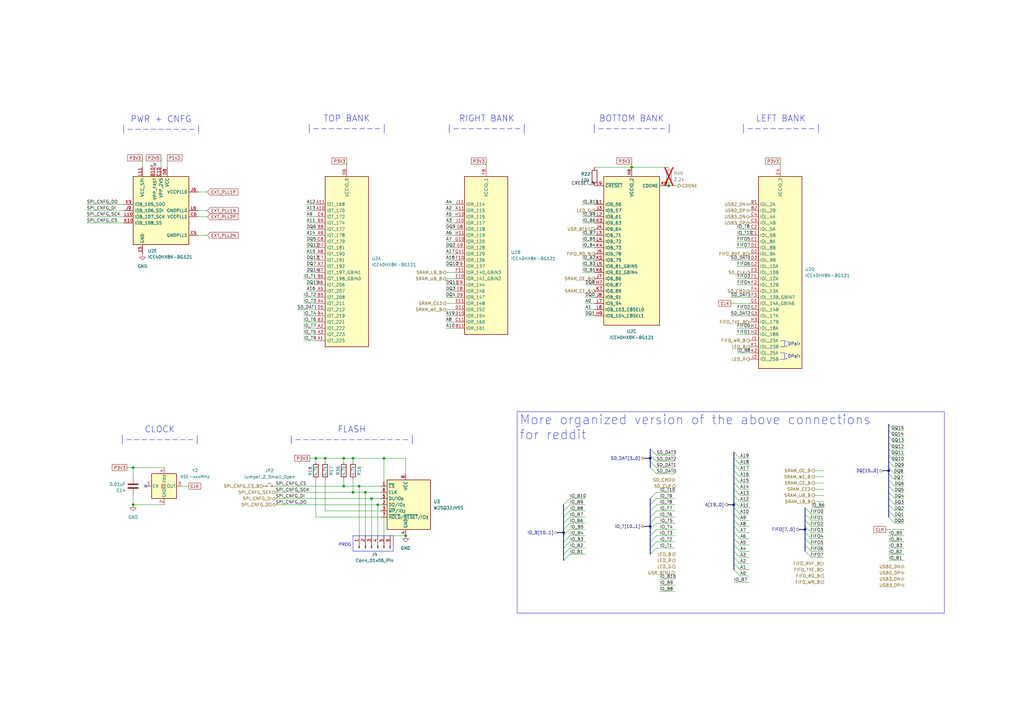
<source format=kicad_sch>
(kicad_sch (version 20250114) (generator "eeschema") (generator_version "9.0")
  (paper "A3")
  (title_block (title "FPGA Arrangement") (date "2025-07-18") (rev "0.0.0") (comment 1 "By Jaden Gani"))
  (lib_symbols
    (symbol "Connector:Conn_01x06_Pin" (pin_names (offset 1.016) (hide yes))
      (property "Reference" "J" (at 0 7.62 0))
      (property "Value" "Conn_01x06_Pin" (at 0 -10.16 0))
      (symbol "Conn_01x06_Pin_1_1"
        (pin passive line (at 5.08 5.08 180) (length 3.81) (name "Pin_1") (number "1"))
        (pin passive line (at 5.08 2.54 180) (length 3.81) (name "Pin_2") (number "2"))
        (pin passive line (at 5.08 0 180) (length 3.81) (name "Pin_3") (number "3"))
        (pin passive line (at 5.08 -2.54 180) (length 3.81) (name "Pin_4") (number "4"))
        (pin passive line (at 5.08 -5.08 180) (length 3.81) (name "Pin_5") (number "5"))
        (pin passive line (at 5.08 -7.62 180) (length 3.81) (name "Pin_6") (number "6"))
      )
    )
    (symbol "Device:C" (pin_numbers (hide yes)) (pin_names (offset 0.254))
      (property "Reference" "C" (at 0.635 2.54 0))
      (property "Value" "C" (at 0.635 -2.54 0))
      (symbol "C_1_1"
        (pin passive line (at 0 3.81 270) (length 2.794) (name "~") (number "1"))
        (pin passive line (at 0 -3.81 90) (length 2.794) (name "~") (number "2"))
      )
    )
    (symbol "Device:R" (pin_numbers (hide yes)) (pin_names (offset 0))
      (property "Reference" "R" (at 2.032 0 90))
      (property "Value" "R" (at 0 0 90))
      (symbol "R_1_1"
        (pin passive line (at 0 3.81 270) (length 1.27) (name "~") (number "1"))
        (pin passive line (at 0 -3.81 90) (length 1.27) (name "~") (number "2"))
      )
    )
    (symbol "FPGA_Lattice:ICE40HX8K-BG121"
      (property "Reference" "U" (at 2.54 44.45 0))
      (property "Value" "ICE40HX8K-BG121" (at 10.16 41.91 0))
      (symbol "ICE40HX8K-BG121_1_1"
        (pin bidirectional line (at -12.7 20.32 0) (length 3.81) (name "IOT_168") (number "A11"))
        (pin bidirectional line (at -12.7 17.78 0) (length 3.81) (name "IOT_170") (number "A10"))
        (pin bidirectional line (at -12.7 15.24 0) (length 3.81) (name "IOT_172") (number "C9"))
        (pin bidirectional line (at -12.7 12.7 0) (length 3.81) (name "IOT_174") (number "B9"))
        (pin bidirectional line (at -12.7 10.16 0) (length 3.81) (name "IOT_177") (number "B8"))
        (pin bidirectional line (at -12.7 7.62 0) (length 3.81) (name "IOT_178") (number "A9"))
        (pin bidirectional line (at -12.7 5.08 0) (length 3.81) (name "IOT_179") (number "C8"))
        (pin bidirectional line (at -12.7 2.54 0) (length 3.81) (name "IOT_181") (number "D7"))
        (pin bidirectional line (at -12.7 0 0) (length 3.81) (name "IOT_190") (number "A8"))
        (pin bidirectional line (at -12.7 -2.54 0) (length 3.81) (name "IOT_191") (number "C7"))
        (pin bidirectional line (at -12.7 -5.08 0) (length 3.81) (name "IOT_192") (number "A7"))
        (pin bidirectional line (at -12.7 -7.62 0) (length 3.81) (name "IOT_197_GBIN1") (number "B7"))
        (pin bidirectional line (at -12.7 -10.16 0) (length 3.81) (name "IOT_198_GBIN0") (number "B6"))
        (pin bidirectional line (at -12.7 -12.7 0) (length 3.81) (name "IOT_206") (number "A6"))
        (pin bidirectional line (at -12.7 -15.24 0) (length 3.81) (name "IOT_207") (number "A5"))
        (pin bidirectional line (at -12.7 -17.78 0) (length 3.81) (name "IOT_208") (number "B5"))
        (pin bidirectional line (at -12.7 -20.32 0) (length 3.81) (name "IOT_211") (number "A4"))
        (pin bidirectional line (at -12.7 -22.86 0) (length 3.81) (name "IOT_212") (number "D5"))
        (pin bidirectional line (at -12.7 -25.4 0) (length 3.81) (name "IOT_219") (number "B4"))
        (pin bidirectional line (at -12.7 -27.94 0) (length 3.81) (name "IOT_221") (number "B3"))
        (pin bidirectional line (at -12.7 -30.48 0) (length 3.81) (name "IOT_222") (number "A2"))
        (pin bidirectional line (at -12.7 -33.02 0) (length 3.81) (name "IOT_223") (number "A3"))
        (pin bidirectional line (at -12.7 -35.56 0) (length 3.81) (name "IOT_225") (number "A1"))
        (pin power_in line (at 0 35.56 270) (length 3.81) (name "VCCIO_0") (number "D6"))
      )
      (symbol "ICE40HX8K-BG121_2_1"
        (pin bidirectional line (at -12.7 20.32 0) (length 3.81) (name "IOR_114") (number "J11"))
        (pin bidirectional line (at -12.7 17.78 0) (length 3.81) (name "IOR_115") (number "K11"))
        (pin bidirectional line (at -12.7 15.24 0) (length 3.81) (name "IOR_116") (number "H10"))
        (pin bidirectional line (at -12.7 12.7 0) (length 3.81) (name "IOR_117") (number "J10"))
        (pin bidirectional line (at -12.7 10.16 0) (length 3.81) (name "IOR_118") (number "G8"))
        (pin bidirectional line (at -12.7 7.62 0) (length 3.81) (name "IOR_119") (number "H11"))
        (pin bidirectional line (at -12.7 5.08 0) (length 3.81) (name "IOR_120") (number "G10"))
        (pin bidirectional line (at -12.7 2.54 0) (length 3.81) (name "IOR_128") (number "G9"))
        (pin bidirectional line (at -12.7 0 0) (length 3.81) (name "IOR_129") (number "G11"))
        (pin bidirectional line (at -12.7 -2.54 0) (length 3.81) (name "IOR_136") (number "F10"))
        (pin bidirectional line (at -12.7 -5.08 0) (length 3.81) (name "IOR_137") (number "F9"))
        (pin bidirectional line (at -12.7 -7.62 0) (length 3.81) (name "IOR_140_GBIN3") (number "F11"))
        (pin bidirectional line (at -12.7 -10.16 0) (length 3.81) (name "IOR_141_GBIN2") (number "E10"))
        (pin bidirectional line (at -12.7 -12.7 0) (length 3.81) (name "IOR_144") (number "E9"))
        (pin bidirectional line (at -12.7 -15.24 0) (length 3.81) (name "IOR_146") (number "E8"))
        (pin bidirectional line (at -12.7 -17.78 0) (length 3.81) (name "IOR_147") (number "D9"))
        (pin bidirectional line (at -12.7 -20.32 0) (length 3.81) (name "IOR_148") (number "E11"))
        (pin bidirectional line (at -12.7 -22.86 0) (length 3.81) (name "IOR_152") (number "D11"))
        (pin bidirectional line (at -12.7 -25.4 0) (length 3.81) (name "IOR_154") (number "D10"))
        (pin bidirectional line (at -12.7 -27.94 0) (length 3.81) (name "IOR_160") (number "C11"))
        (pin bidirectional line (at -12.7 -30.48 0) (length 3.81) (name "IOR_161") (number "B11"))
        (pin power_in line (at 0 35.56 270) (length 3.81) (name "VCCIO_1") (number "F8"))
      )
      (symbol "ICE40HX8K-BG121_3_1"
        (pin input line (at -15.24 25.4 0) (length 3.81) (name "~{CRESET}") (number "L9"))
        (pin bidirectional line (at -15.24 17.78 0) (length 3.81) (name "IOB_56") (number "L1"))
        (pin bidirectional line (at -15.24 15.24 0) (length 3.81) (name "IOB_57") (number "J3"))
        (pin bidirectional line (at -15.24 12.7 0) (length 3.81) (name "IOB_61") (number "L2"))
        (pin bidirectional line (at -15.24 10.16 0) (length 3.81) (name "IOB_63") (number "K3"))
        (pin bidirectional line (at -15.24 7.62 0) (length 3.81) (name "IOB_64") (number "J4"))
        (pin bidirectional line (at -15.24 5.08 0) (length 3.81) (name "IOB_71") (number "L3"))
        (pin bidirectional line (at -15.24 2.54 0) (length 3.81) (name "IOB_72") (number "L4"))
        (pin bidirectional line (at -15.24 0 0) (length 3.81) (name "IOB_73") (number "K4"))
        (pin bidirectional line (at -15.24 -2.54 0) (length 3.81) (name "IOB_78") (number "J5"))
        (pin bidirectional line (at -15.24 -5.08 0) (length 3.81) (name "IOB_79") (number "K5"))
        (pin bidirectional line (at -15.24 -7.62 0) (length 3.81) (name "IOB_81_GBIN5") (number "L5"))
        (pin bidirectional line (at -15.24 -10.16 0) (length 3.81) (name "IOB_82_GBIN4") (number "K6"))
        (pin bidirectional line (at -15.24 -12.7 0) (length 3.81) (name "IOB_86") (number "J7"))
        (pin bidirectional line (at -15.24 -15.24 0) (length 3.81) (name "IOB_87") (number "H7"))
        (pin bidirectional line (at -15.24 -17.78 0) (length 3.81) (name "IOB_89") (number "K7"))
        (pin bidirectional line (at -15.24 -20.32 0) (length 3.81) (name "IOB_91") (number "J8"))
        (pin bidirectional line (at -15.24 -22.86 0) (length 3.81) (name "IOB_94") (number "L7"))
        (pin bidirectional line (at -15.24 -25.4 0) (length 3.81) (name "IOB_103_CBSEL0") (number "L8"))
        (pin bidirectional line (at -15.24 -27.94 0) (length 3.81) (name "IOB_104_CBSEL1") (number "H9"))
        (pin power_in line (at 0 33.02 270) (length 3.81) (name "VCCIO_2") (number "H6"))
        (pin open_collector line (at 15.24 25.4 180) (length 3.81) (name "CDONE") (number "K8"))
      )
      (symbol "ICE40HX8K-BG121_4_1"
        (pin bidirectional line (at -12.7 27.94 0) (length 3.81) (name "IOL_2A") (number "B1"))
        (pin bidirectional line (at -12.7 25.4 0) (length 3.81) (name "IOL_2B") (number "B2"))
        (pin bidirectional line (at -12.7 22.86 0) (length 3.81) (name "IOL_4A") (number "C4"))
        (pin bidirectional line (at -12.7 20.32 0) (length 3.81) (name "IOL_4B") (number "C3"))
        (pin bidirectional line (at -12.7 17.78 0) (length 3.81) (name "IOL_5A") (number "C2"))
        (pin bidirectional line (at -12.7 15.24 0) (length 3.81) (name "IOL_5B") (number "C1"))
        (pin bidirectional line (at -12.7 12.7 0) (length 3.81) (name "IOL_8A") (number "E1"))
        (pin bidirectional line (at -12.7 10.16 0) (length 3.81) (name "IOL_8B") (number "D1"))
        (pin bidirectional line (at -12.7 7.62 0) (length 3.81) (name "IOL_9A") (number "D2"))
        (pin bidirectional line (at -12.7 5.08 0) (length 3.81) (name "IOL_9B") (number "D3"))
        (pin bidirectional line (at -12.7 2.54 0) (length 3.81) (name "IOL_10A") (number "E2"))
        (pin bidirectional line (at -12.7 0 0) (length 3.81) (name "IOL_10B") (number "E3"))
        (pin bidirectional line (at -12.7 -2.54 0) (length 3.81) (name "IOL_12A") (number "F1"))
        (pin bidirectional line (at -12.7 -5.08 0) (length 3.81) (name "IOL_12B") (number "F2"))
        (pin bidirectional line (at -12.7 -7.62 0) (length 3.81) (name "IOL_13A") (number "F4"))
        (pin bidirectional line (at -12.7 -10.16 0) (length 3.81) (name "IOL_13B_GBIN7") (number "F3"))
        (pin bidirectional line (at -12.7 -12.7 0) (length 3.81) (name "IOL_14A_GBIN6") (number "G1"))
        (pin bidirectional line (at -12.7 -15.24 0) (length 3.81) (name "IOL_14B") (number "G2"))
        (pin bidirectional line (at -12.7 -17.78 0) (length 3.81) (name "IOL_17A") (number "G3"))
        (pin bidirectional line (at -12.7 -20.32 0) (length 3.81) (name "IOL_17B") (number "H3"))
        (pin bidirectional line (at -12.7 -22.86 0) (length 3.81) (name "IOL_18A") (number "H1"))
        (pin bidirectional line (at -12.7 -25.4 0) (length 3.81) (name "IOL_18B") (number "H2"))
        (pin bidirectional line (at -12.7 -27.94 0) (length 3.81) (name "IOL_23A") (number "J1"))
        (pin bidirectional line (at -12.7 -30.48 0) (length 3.81) (name "IOL_23B") (number "K1"))
        (pin bidirectional line (at -12.7 -33.02 0) (length 3.81) (name "IOL_25A") (number "K2"))
        (pin bidirectional line (at -12.7 -35.56 0) (length 3.81) (name "IOL_25B") (number "J2"))
        (pin power_in line (at 0 43.18 270) (length 3.81) (name "VCCIO_3") (number "E4"))
        (pin passive line (at 0 43.18 270) (length 3.81) (hide yes) (name "VCCIO_3") (number "G4"))
      )
      (symbol "ICE40HX8K-BG121_5_1"
        (pin bidirectional line (at -15.24 2.54 0) (length 3.81) (name "IOB_105_SDO") (number "K9"))
        (pin bidirectional line (at -15.24 0 0) (length 3.81) (name "IOB_106_SDI") (number "J9"))
        (pin bidirectional line (at -15.24 -2.54 0) (length 3.81) (name "IOB_107_SCK") (number "L10"))
        (pin bidirectional line (at -15.24 -5.08 0) (length 3.81) (name "IOB_108_SS") (number "K10"))
        (pin power_in line (at -7.62 17.78 270) (length 3.81) (name "VCC_SPI") (number "L11"))
        (pin power_in line (at -7.62 -17.78 90) (length 3.81) (name "GND") (number "E5"))
        (pin passive line (at -7.62 -17.78 90) (length 3.81) (hide yes) (name "GND") (number "E6"))
        (pin passive line (at -7.62 -17.78 90) (length 3.81) (hide yes) (name "GND") (number "E7"))
        (pin passive line (at -7.62 -17.78 90) (length 3.81) (hide yes) (name "GND") (number "F5"))
        (pin passive line (at -7.62 -17.78 90) (length 3.81) (hide yes) (name "GND") (number "F6"))
        (pin passive line (at -7.62 -17.78 90) (length 3.81) (hide yes) (name "GND") (number "F7"))
        (pin passive line (at -7.62 -17.78 90) (length 3.81) (hide yes) (name "GND") (number "G5"))
        (pin passive line (at -7.62 -17.78 90) (length 3.81) (hide yes) (name "GND") (number "G6"))
        (pin passive line (at -7.62 -17.78 90) (length 3.81) (hide yes) (name "GND") (number "G7"))
        (pin passive line (at -7.62 -17.78 90) (length 3.81) (hide yes) (name "GND") (number "H5"))
        (pin power_in line (at -2.54 17.78 270) (length 3.81) (name "VPP_FAST") (number "B10"))
        (pin power_in line (at 0 17.78 270) (length 3.81) (name "VPP_2V5") (number "C10"))
        (pin passive line (at 2.54 17.78 270) (length 3.81) (hide yes) (name "VCC") (number "D4"))
        (pin power_in line (at 2.54 17.78 270) (length 3.81) (name "VCC") (number "D8"))
        (pin passive line (at 2.54 17.78 270) (length 3.81) (hide yes) (name "VCC") (number "H4"))
        (pin passive line (at 2.54 17.78 270) (length 3.81) (hide yes) (name "VCC") (number "H8"))
        (pin power_in line (at 15.24 7.62 180) (length 3.81) (name "VCCPLL0") (number "J6"))
        (pin power_in line (at 15.24 0 180) (length 3.81) (name "GNDPLL0") (number "L6"))
        (pin power_in line (at 15.24 -2.54 180) (length 3.81) (name "VCCPLL1") (number "C6"))
        (pin power_in line (at 15.24 -10.16 180) (length 3.81) (name "GNDPLL1") (number "C5"))
      )
    )
    (symbol "Jumper:Jumper_2_Small_Open" (pin_numbers (hide yes)) (pin_names (offset 0) (hide yes))
      (property "Reference" "JP" (at 0 2.794 0))
      (property "Value" "Jumper_2_Small_Open" (at 0 -2.286 0))
      (symbol "Jumper_2_Small_Open_1_1"
        (pin passive line (at -2.54 0 0) (length 1.27) (name "A") (number "1"))
        (pin passive line (at 2.54 0 180) (length 1.27) (name "B") (number "2"))
      )
    )
    (symbol "Memory_Flash:W25Q32JVSS"
      (property "Reference" "U" (at -6.35 11.43 0))
      (property "Value" "W25Q32JVSS" (at 7.62 11.43 0))
      (symbol "W25Q32JVSS_1_1"
        (pin input line (at -10.16 7.62 0) (length 2.54) (name "~{CS}") (number "1"))
        (pin input line (at -10.16 5.08 0) (length 2.54) (name "CLK") (number "6"))
        (pin bidirectional line (at -10.16 2.54 0) (length 2.54) (name "DI/IO_{0}") (number "5"))
        (pin bidirectional line (at -10.16 0 0) (length 2.54) (name "DO/IO_{1}") (number "2"))
        (pin bidirectional line (at -10.16 -2.54 0) (length 2.54) (name "~{WP}/IO_{2}") (number "3"))
        (pin bidirectional line (at -10.16 -5.08 0) (length 2.54) (name "~{HOLD}/~{RESET}/IO_{3}") (number "7"))
        (pin power_in line (at 0 12.7 270) (length 2.54) (name "VCC") (number "8"))
        (pin power_in line (at 0 -12.7 90) (length 2.54) (name "GND") (number "4"))
      )
    )
    (symbol "Oscillator:ASE-xxxMHz" (pin_names (offset 0.254))
      (property "Reference" "Y" (at -5.08 6.35 0))
      (property "Value" "ASE-xxxMHz" (at 1.27 -6.35 0))
      (symbol "ASE-xxxMHz_1_1"
        (pin input line (at -7.62 0 0) (length 2.54) (name "EN") (number "1"))
        (pin power_in line (at 0 7.62 270) (length 2.54) (name "Vdd") (number "4"))
        (pin power_in line (at 0 -7.62 90) (length 2.54) (name "GND") (number "2"))
        (pin output line (at 7.62 0 180) (length 2.54) (name "OUT") (number "3"))
      )
    )
    (symbol "power:GND" (power) (pin_numbers (hide yes)) (pin_names (offset 0) (hide yes))
      (property "Value" "GND" (at 0 -3.81 0))
      (symbol "GND_1_1"
        (pin power_in line (at 0 0 270) (length 0) (name "~") (number "1"))
      )
    )
  )
  (text "LEFT BANK\n|---------|" (at 320.294 50.8 0) (effects (font (size 2.54 2.54))))
  (text "TOP BANK\n|---------|" (at 142.24 50.8 0) (effects (font (size 2.54 2.54))))
  (text "DPair" (at 323.088 146.304 0) (effects (font (size 1.27 1.27)) (justify left)))
  (text "BOTTOM BANK\n|---------|" (at 259.08 50.8 0) (effects (font (size 2.54 2.54))))
  (text "PROG" (at 141.478 223.52 0) (effects (font (size 1.27 1.27))))
  (text "FLASH\n|---------------|" (at 144.272 178.308 0) (effects (font (size 2.54 2.54))))
  (text "CLOCK\n|---------|" (at 65.532 178.308 0) (effects (font (size 2.54 2.54))))
  (text "DPair" (at 323.088 141.224 0) (effects (font (size 1.27 1.27)) (justify left)))
  (text "RIGHT BANK\n|---------|" (at 199.644 50.8 0) (effects (font (size 2.54 2.54))))
  (text "PWR + CNFG\n|---------|" (at 66.04 51.054 0) (effects (font (size 2.54 2.54))))
  (text_box "" (at 144.78 219.71 0) (size 16.51 6.35) (margins 0.9525 0.9525 0.9525 0.9525) (effects (font (size 1.27 1.27)) (justify left top)))
  (text_box "More organized version of the above connections\nfor reddit" (at 212.09 168.91 0) (size 175.26 82.55) (margins 0.9525 0.9525 0.9525 0.9525) (effects (font (size 3.81 3.81)) (justify left top)))
  (junction (at 140.97 199.39))
  (junction (at 147.32 199.39))
  (junction (at 266.7 215.9))
  (junction (at 266.7 187.96))
  (junction (at 54.61 207.01))
  (junction (at 300.99 207.01))
  (junction (at 166.37 219.71))
  (junction (at 144.78 201.93))
  (junction (at 144.78 187.96))
  (junction (at 129.54 187.96))
  (junction (at 149.86 201.93))
  (junction (at 157.48 187.96))
  (junction (at 140.97 187.96))
  (junction (at 259.08 68.58))
  (junction (at 54.61 191.77))
  (junction (at 330.2 217.17))
  (junction (at 274.32 76.2))
  (junction (at 364.49 193.04))
  (junction (at 133.35 187.96))
  (junction (at 152.4 204.47))
  (junction (at 231.14 218.44))
  (junction (at 154.94 207.01))
  (no_connect (at 63.5 67.31))
  (no_connect (at 59.69 199.39))
  (bus_entry (at 266.7 207.01) (size 2.54 -2.54))
  (bus_entry (at 266.7 214.63) (size 2.54 -2.54))
  (bus_entry (at 300.99 210.82) (size 2.54 2.54))
  (bus_entry (at 367.03 204.47) (size -2.54 -2.54))
  (bus_entry (at 266.7 219.71) (size 2.54 -2.54))
  (bus_entry (at 367.03 191.77) (size -2.54 -2.54))
  (bus_entry (at 300.99 185.42) (size 2.54 2.54))
  (bus_entry (at 300.99 187.96) (size 2.54 2.54))
  (bus_entry (at 332.74 220.98) (size -2.54 -2.54))
  (bus_entry (at 332.74 215.9) (size -2.54 -2.54))
  (bus_entry (at 300.99 228.6) (size 2.54 2.54))
  (bus_entry (at 300.99 215.9) (size 2.54 2.54))
  (bus_entry (at 231.14 227.33) (size 2.54 -2.54))
  (bus_entry (at 367.03 179.07) (size -2.54 -2.54))
  (bus_entry (at 300.99 193.04) (size 2.54 2.54))
  (bus_entry (at 367.03 199.39) (size -2.54 -2.54))
  (bus_entry (at 300.99 190.5) (size 2.54 2.54))
  (bus_entry (at 300.99 208.28) (size 2.54 2.54))
  (bus_entry (at 367.03 207.01) (size -2.54 -2.54))
  (bus_entry (at 332.74 218.44) (size -2.54 -2.54))
  (bus_entry (at 332.74 210.82) (size -2.54 -2.54))
  (bus_entry (at 231.14 212.09) (size 2.54 -2.54))
  (bus_entry (at 367.03 186.69) (size -2.54 -2.54))
  (bus_entry (at 231.14 207.01) (size 2.54 -2.54))
  (bus_entry (at 266.7 222.25) (size 2.54 -2.54))
  (bus_entry (at 367.03 194.31) (size -2.54 -2.54))
  (bus_entry (at 300.99 200.66) (size 2.54 2.54))
  (bus_entry (at 300.99 195.58) (size 2.54 2.54))
  (bus_entry (at 300.99 205.74) (size 2.54 2.54))
  (bus_entry (at 266.7 204.47) (size 2.54 -2.54))
  (bus_entry (at 266.7 212.09) (size 2.54 -2.54))
  (bus_entry (at 300.99 231.14) (size 2.54 2.54))
  (bus_entry (at 266.7 191.77) (size 2.54 2.54))
  (bus_entry (at 300.99 213.36) (size 2.54 2.54))
  (bus_entry (at 231.14 219.71) (size 2.54 -2.54))
  (bus_entry (at 266.7 189.23) (size 2.54 2.54))
  (bus_entry (at 266.7 186.69) (size 2.54 2.54))
  (bus_entry (at 300.99 226.06) (size 2.54 2.54))
  (bus_entry (at 367.03 181.61) (size -2.54 -2.54))
  (bus_entry (at 300.99 233.68) (size 2.54 2.54))
  (bus_entry (at 231.14 229.87) (size 2.54 -2.54))
  (bus_entry (at 300.99 220.98) (size 2.54 2.54))
  (bus_entry (at 231.14 214.63) (size 2.54 -2.54))
  (bus_entry (at 231.14 222.25) (size 2.54 -2.54))
  (bus_entry (at 266.7 224.79) (size 2.54 -2.54))
  (bus_entry (at 300.99 218.44) (size 2.54 2.54))
  (bus_entry (at 332.74 213.36) (size -2.54 -2.54))
  (bus_entry (at 300.99 198.12) (size 2.54 2.54))
  (bus_entry (at 332.74 223.52) (size -2.54 -2.54))
  (bus_entry (at 367.03 214.63) (size -2.54 -2.54))
  (bus_entry (at 367.03 196.85) (size -2.54 -2.54))
  (bus_entry (at 266.7 227.33) (size 2.54 -2.54))
  (bus_entry (at 367.03 176.53) (size -2.54 -2.54))
  (bus_entry (at 367.03 189.23) (size -2.54 -2.54))
  (bus_entry (at 332.74 226.06) (size -2.54 -2.54))
  (bus_entry (at 367.03 212.09) (size -2.54 -2.54))
  (bus_entry (at 300.99 223.52) (size 2.54 2.54))
  (bus_entry (at 367.03 209.55) (size -2.54 -2.54))
  (bus_entry (at 332.74 228.6) (size -2.54 -2.54))
  (bus_entry (at 367.03 184.15) (size -2.54 -2.54))
  (bus_entry (at 266.7 209.55) (size 2.54 -2.54))
  (bus_entry (at 367.03 201.93) (size -2.54 -2.54))
  (bus_entry (at 300.99 203.2) (size 2.54 2.54))
  (bus_entry (at 266.7 217.17) (size 2.54 -2.54))
  (bus_entry (at 231.14 217.17) (size 2.54 -2.54))
  (bus_entry (at 231.14 209.55) (size 2.54 -2.54))
  (bus_entry (at 231.14 224.79) (size 2.54 -2.54))
  (bus_entry (at 266.7 184.15) (size 2.54 2.54))
  (wire (pts (xy 125.73 96.52) (xy 129.54 96.52)))
  (wire (pts (xy 238.76 88.9) (xy 243.84 88.9)))
  (polyline (pts (xy 320.04 144.78) (xy 321.818 144.78)))
  (wire (pts (xy 240.03 127) (xy 243.84 127)))
  (bus (pts (xy 300.99 223.52) (xy 300.99 226.06)))
  (polyline (pts (xy 322.326 147.066) (xy 322.834 147.066)))
  (wire (pts (xy 160.02 219.71) (xy 166.37 219.71)))
  (wire (pts (xy 238.76 101.6) (xy 243.84 101.6)))
  (wire (pts (xy 133.35 189.23) (xy 133.35 187.96)))
  (wire (pts (xy 302.26 134.62) (xy 307.34 134.62)))
  (wire (pts (xy 125.73 119.38) (xy 129.54 119.38)))
  (wire (pts (xy 238.76 96.52) (xy 243.84 96.52)))
  (bus (pts (xy 228.6 218.44) (xy 231.14 218.44)))
  (wire (pts (xy 140.97 199.39) (xy 147.32 199.39)))
  (wire (pts (xy 182.88 119.38) (xy 186.69 119.38)))
  (wire (pts (xy 149.86 201.93) (xy 149.86 219.71)))
  (wire (pts (xy 337.82 228.6) (xy 332.74 228.6)))
  (wire (pts (xy 303.53 187.96) (xy 307.34 187.96)))
  (wire (pts (xy 124.46 139.7) (xy 129.54 139.7)))
  (wire (pts (xy 269.24 209.55) (xy 276.86 209.55)))
  (bus (pts (xy 364.49 193.04) (xy 361.95 193.04)))
  (wire (pts (xy 233.68 227.33) (xy 240.03 227.33)))
  (wire (pts (xy 182.88 124.46) (xy 186.69 124.46)))
  (wire (pts (xy 233.68 212.09) (xy 240.03 212.09)))
  (wire (pts (xy 182.88 114.3) (xy 186.69 114.3)))
  (wire (pts (xy 68.58 64.77) (xy 68.58 68.58)))
  (wire (pts (xy 278.13 76.2) (xy 274.32 76.2)))
  (wire (pts (xy 370.84 176.53) (xy 367.03 176.53)))
  (wire (pts (xy 81.28 86.36) (xy 85.09 86.36)))
  (bus (pts (xy 266.7 222.25) (xy 266.7 224.79)))
  (wire (pts (xy 303.53 226.06) (xy 307.34 226.06)))
  (wire (pts (xy 243.84 68.58) (xy 259.08 68.58)))
  (wire (pts (xy 125.73 104.14) (xy 129.54 104.14)))
  (wire (pts (xy 370.84 191.77) (xy 367.03 191.77)))
  (wire (pts (xy 303.53 228.6) (xy 307.34 228.6)))
  (wire (pts (xy 240.03 124.46) (xy 243.84 124.46)))
  (wire (pts (xy 370.84 212.09) (xy 367.03 212.09)))
  (polyline (pts (xy 322.326 145.034) (xy 322.834 145.034)))
  (wire (pts (xy 337.82 210.82) (xy 332.74 210.82)))
  (wire (pts (xy 124.46 124.46) (xy 129.54 124.46)))
  (wire (pts (xy 299.72 129.54) (xy 307.34 129.54)))
  (wire (pts (xy 303.53 233.68) (xy 307.34 233.68)))
  (wire (pts (xy 182.88 127) (xy 186.69 127)))
  (bus (pts (xy 330.2 215.9) (xy 330.2 217.17)))
  (wire (pts (xy 140.97 187.96) (xy 140.97 189.23)))
  (wire (pts (xy 182.88 104.14) (xy 186.69 104.14)))
  (bus (pts (xy 364.49 199.39) (xy 364.49 201.93)))
  (bus (pts (xy 298.45 207.01) (xy 300.99 207.01)))
  (bus (pts (xy 300.99 200.66) (xy 300.99 203.2)))
  (wire (pts (xy 81.28 88.9) (xy 85.09 88.9)))
  (wire (pts (xy 166.37 187.96) (xy 166.37 194.31)))
  (wire (pts (xy 124.46 132.08) (xy 129.54 132.08)))
  (wire (pts (xy 334.01 193.04) (xy 337.82 193.04)))
  (wire (pts (xy 129.54 196.85) (xy 129.54 212.09)))
  (bus (pts (xy 266.7 217.17) (xy 266.7 219.71)))
  (wire (pts (xy 233.68 214.63) (xy 240.03 214.63)))
  (wire (pts (xy 129.54 187.96) (xy 133.35 187.96)))
  (wire (pts (xy 133.35 209.55) (xy 156.21 209.55)))
  (wire (pts (xy 152.4 204.47) (xy 152.4 219.71)))
  (wire (pts (xy 337.82 213.36) (xy 332.74 213.36)))
  (wire (pts (xy 370.84 181.61) (xy 367.03 181.61)))
  (wire (pts (xy 54.61 203.2) (xy 54.61 207.01)))
  (wire (pts (xy 233.68 219.71) (xy 240.03 219.71)))
  (wire (pts (xy 302.26 144.78) (xy 307.34 144.78)))
  (bus (pts (xy 266.7 187.96) (xy 266.7 189.23)))
  (bus (pts (xy 364.49 181.61) (xy 364.49 184.15)))
  (wire (pts (xy 35.56 91.44) (xy 50.8 91.44)))
  (wire (pts (xy 269.24 191.77) (xy 276.86 191.77)))
  (bus (pts (xy 330.2 213.36) (xy 330.2 215.9)))
  (wire (pts (xy 334.01 200.66) (xy 337.82 200.66)))
  (bus (pts (xy 300.99 213.36) (xy 300.99 215.9)))
  (bus (pts (xy 364.49 173.99) (xy 364.49 176.53)))
  (wire (pts (xy 334.01 198.12) (xy 337.82 198.12)))
  (wire (pts (xy 233.68 204.47) (xy 240.03 204.47)))
  (bus (pts (xy 300.99 208.28) (xy 300.99 210.82)))
  (wire (pts (xy 182.88 111.76) (xy 186.69 111.76)))
  (bus (pts (xy 300.99 228.6) (xy 300.99 231.14)))
  (wire (pts (xy 303.53 210.82) (xy 307.34 210.82)))
  (wire (pts (xy 113.03 204.47) (xy 152.4 204.47)))
  (polyline (pts (xy 321.818 139.7) (xy 321.818 142.24)))
  (bus (pts (xy 300.99 195.58) (xy 300.99 198.12)))
  (wire (pts (xy 303.53 190.5) (xy 307.34 190.5)))
  (bus (pts (xy 300.99 205.74) (xy 300.99 207.01)))
  (bus (pts (xy 330.2 223.52) (xy 330.2 226.06)))
  (bus (pts (xy 231.14 217.17) (xy 231.14 218.44)))
  (wire (pts (xy 332.74 208.28) (xy 337.82 208.28)))
  (wire (pts (xy 337.82 220.98) (xy 332.74 220.98)))
  (wire (pts (xy 269.24 201.93) (xy 276.86 201.93)))
  (wire (pts (xy 127 187.96) (xy 129.54 187.96)))
  (wire (pts (xy 125.73 91.44) (xy 129.54 91.44)))
  (wire (pts (xy 370.84 204.47) (xy 367.03 204.47)))
  (bus (pts (xy 364.49 201.93) (xy 364.49 204.47)))
  (wire (pts (xy 364.49 222.25) (xy 370.84 222.25)))
  (wire (pts (xy 370.84 186.69) (xy 367.03 186.69)))
  (bus (pts (xy 330.2 217.17) (xy 330.2 218.44)))
  (wire (pts (xy 125.73 116.84) (xy 129.54 116.84)))
  (wire (pts (xy 370.84 201.93) (xy 367.03 201.93)))
  (wire (pts (xy 240.03 116.84) (xy 243.84 116.84)))
  (wire (pts (xy 303.53 203.2) (xy 307.34 203.2)))
  (wire (pts (xy 364.49 224.79) (xy 370.84 224.79)))
  (wire (pts (xy 334.01 195.58) (xy 337.82 195.58)))
  (wire (pts (xy 144.78 187.96) (xy 157.48 187.96)))
  (wire (pts (xy 303.53 215.9) (xy 307.34 215.9)))
  (wire (pts (xy 238.76 99.06) (xy 243.84 99.06)))
  (wire (pts (xy 121.92 127) (xy 129.54 127)))
  (bus (pts (xy 231.14 219.71) (xy 231.14 222.25)))
  (wire (pts (xy 147.32 199.39) (xy 147.32 219.71)))
  (wire (pts (xy 364.49 227.33) (xy 370.84 227.33)))
  (wire (pts (xy 125.73 99.06) (xy 129.54 99.06)))
  (bus (pts (xy 231.14 222.25) (xy 231.14 224.79)))
  (wire (pts (xy 269.24 186.69) (xy 276.86 186.69)))
  (wire (pts (xy 370.84 184.15) (xy 367.03 184.15)))
  (wire (pts (xy 113.03 207.01) (xy 154.94 207.01)))
  (wire (pts (xy 370.84 209.55) (xy 367.03 209.55)))
  (bus (pts (xy 266.7 224.79) (xy 266.7 227.33)))
  (wire (pts (xy 269.24 224.79) (xy 276.86 224.79)))
  (bus (pts (xy 300.99 203.2) (xy 300.99 205.74)))
  (wire (pts (xy 58.42 64.77) (xy 58.42 68.58)))
  (wire (pts (xy 35.56 83.82) (xy 50.8 83.82)))
  (wire (pts (xy 303.53 236.22) (xy 307.34 236.22)))
  (wire (pts (xy 81.28 96.52) (xy 85.09 96.52)))
  (bus (pts (xy 231.14 227.33) (xy 231.14 229.87)))
  (bus (pts (xy 266.7 219.71) (xy 266.7 222.25)))
  (wire (pts (xy 370.84 207.01) (xy 367.03 207.01)))
  (bus (pts (xy 300.99 198.12) (xy 300.99 200.66)))
  (wire (pts (xy 303.53 200.66) (xy 307.34 200.66)))
  (wire (pts (xy 124.46 137.16) (xy 129.54 137.16)))
  (wire (pts (xy 270.51 240.03) (xy 276.86 240.03)))
  (polyline (pts (xy 320.04 139.7) (xy 321.818 139.7)))
  (bus (pts (xy 300.99 220.98) (xy 300.99 223.52)))
  (wire (pts (xy 299.72 124.46) (xy 307.34 124.46)))
  (wire (pts (xy 302.26 101.6) (xy 307.34 101.6)))
  (wire (pts (xy 303.53 195.58) (xy 307.34 195.58)))
  (wire (pts (xy 142.24 66.04) (xy 142.24 68.58)))
  (wire (pts (xy 52.07 191.77) (xy 54.61 191.77)))
  (wire (pts (xy 303.53 218.44) (xy 307.34 218.44)))
  (wire (pts (xy 182.88 91.44) (xy 186.69 91.44)))
  (wire (pts (xy 259.08 66.04) (xy 259.08 68.58)))
  (wire (pts (xy 157.48 187.96) (xy 157.48 219.71)))
  (bus (pts (xy 364.49 179.07) (xy 364.49 181.61)))
  (bus (pts (xy 264.16 215.9) (xy 266.7 215.9)))
  (bus (pts (xy 266.7 186.69) (xy 266.7 187.96)))
  (wire (pts (xy 233.68 222.25) (xy 240.03 222.25)))
  (wire (pts (xy 144.78 201.93) (xy 149.86 201.93)))
  (wire (pts (xy 302.26 127) (xy 307.34 127)))
  (wire (pts (xy 269.24 207.01) (xy 276.86 207.01)))
  (wire (pts (xy 125.73 88.9) (xy 129.54 88.9)))
  (wire (pts (xy 320.04 66.04) (xy 320.04 68.58)))
  (wire (pts (xy 129.54 189.23) (xy 129.54 187.96)))
  (wire (pts (xy 300.99 238.76) (xy 307.34 238.76)))
  (bus (pts (xy 300.99 185.42) (xy 300.99 187.96)))
  (wire (pts (xy 370.84 179.07) (xy 367.03 179.07)))
  (polyline (pts (xy 322.326 141.986) (xy 322.834 141.986)))
  (wire (pts (xy 303.53 193.04) (xy 307.34 193.04)))
  (wire (pts (xy 54.61 207.01) (xy 67.31 207.01)))
  (wire (pts (xy 233.68 207.01) (xy 240.03 207.01)))
  (wire (pts (xy 140.97 187.96) (xy 144.78 187.96)))
  (wire (pts (xy 81.28 78.74) (xy 85.09 78.74)))
  (bus (pts (xy 364.49 191.77) (xy 364.49 193.04)))
  (wire (pts (xy 364.49 219.71) (xy 370.84 219.71)))
  (wire (pts (xy 337.82 226.06) (xy 332.74 226.06)))
  (wire (pts (xy 125.73 86.36) (xy 129.54 86.36)))
  (bus (pts (xy 364.49 207.01) (xy 364.49 209.55)))
  (wire (pts (xy 182.88 116.84) (xy 186.69 116.84)))
  (wire (pts (xy 370.84 196.85) (xy 367.03 196.85)))
  (wire (pts (xy 182.88 88.9) (xy 186.69 88.9)))
  (bus (pts (xy 231.14 207.01) (xy 231.14 209.55)))
  (wire (pts (xy 302.26 93.98) (xy 307.34 93.98)))
  (wire (pts (xy 238.76 83.82) (xy 243.84 83.82)))
  (wire (pts (xy 66.04 64.77) (xy 66.04 68.58)))
  (wire (pts (xy 147.32 199.39) (xy 156.21 199.39)))
  (wire (pts (xy 124.46 121.92) (xy 129.54 121.92)))
  (bus (pts (xy 330.2 220.98) (xy 330.2 223.52)))
  (wire (pts (xy 125.73 101.6) (xy 129.54 101.6)))
  (wire (pts (xy 299.72 121.92) (xy 307.34 121.92)))
  (wire (pts (xy 303.53 231.14) (xy 307.34 231.14)))
  (wire (pts (xy 303.53 223.52) (xy 307.34 223.52)))
  (bus (pts (xy 231.14 212.09) (xy 231.14 214.63)))
  (wire (pts (xy 238.76 109.22) (xy 243.84 109.22)))
  (bus (pts (xy 266.7 209.55) (xy 266.7 212.09)))
  (bus (pts (xy 231.14 214.63) (xy 231.14 217.17)))
  (wire (pts (xy 182.88 121.92) (xy 186.69 121.92)))
  (bus (pts (xy 266.7 204.47) (xy 266.7 207.01)))
  (bus (pts (xy 364.49 184.15) (xy 364.49 186.69)))
  (wire (pts (xy 370.84 214.63) (xy 367.03 214.63)))
  (wire (pts (xy 125.73 109.22) (xy 129.54 109.22)))
  (bus (pts (xy 364.49 176.53) (xy 364.49 179.07)))
  (wire (pts (xy 113.03 201.93) (xy 144.78 201.93)))
  (wire (pts (xy 182.88 99.06) (xy 186.69 99.06)))
  (wire (pts (xy 125.73 106.68) (xy 129.54 106.68)))
  (wire (pts (xy 302.26 116.84) (xy 307.34 116.84)))
  (wire (pts (xy 182.88 106.68) (xy 186.69 106.68)))
  (bus (pts (xy 300.99 193.04) (xy 300.99 195.58)))
  (bus (pts (xy 300.99 210.82) (xy 300.99 213.36)))
  (polyline (pts (xy 320.04 147.32) (xy 321.818 147.32)))
  (wire (pts (xy 269.24 214.63) (xy 276.86 214.63)))
  (wire (pts (xy 144.78 196.85) (xy 144.78 201.93)))
  (wire (pts (xy 303.53 213.36) (xy 307.34 213.36)))
  (wire (pts (xy 125.73 111.76) (xy 129.54 111.76)))
  (wire (pts (xy 302.26 114.3) (xy 307.34 114.3)))
  (wire (pts (xy 269.24 217.17) (xy 276.86 217.17)))
  (wire (pts (xy 54.61 191.77) (xy 54.61 195.58)))
  (wire (pts (xy 364.49 229.87) (xy 370.84 229.87)))
  (bus (pts (xy 364.49 193.04) (xy 364.49 194.31)))
  (wire (pts (xy 182.88 86.36) (xy 186.69 86.36)))
  (bus (pts (xy 364.49 186.69) (xy 364.49 189.23)))
  (wire (pts (xy 129.54 212.09) (xy 156.21 212.09)))
  (bus (pts (xy 300.99 187.96) (xy 300.99 190.5)))
  (wire (pts (xy 269.24 212.09) (xy 276.86 212.09)))
  (polyline (pts (xy 322.58 141.732) (xy 322.58 142.24)))
  (wire (pts (xy 270.51 242.57) (xy 276.86 242.57)))
  (polyline (pts (xy 322.58 146.812) (xy 322.58 147.32)))
  (wire (pts (xy 303.53 198.12) (xy 307.34 198.12)))
  (wire (pts (xy 269.24 194.31) (xy 276.86 194.31)))
  (bus (pts (xy 266.7 184.15) (xy 266.7 186.69)))
  (wire (pts (xy 233.68 224.79) (xy 240.03 224.79)))
  (wire (pts (xy 302.26 137.16) (xy 307.34 137.16)))
  (wire (pts (xy 124.46 129.54) (xy 129.54 129.54)))
  (wire (pts (xy 152.4 204.47) (xy 156.21 204.47)))
  (wire (pts (xy 182.88 93.98) (xy 186.69 93.98)))
  (bus (pts (xy 266.7 212.09) (xy 266.7 214.63)))
  (bus (pts (xy 330.2 208.28) (xy 330.2 210.82)))
  (bus (pts (xy 266.7 189.23) (xy 266.7 191.77)))
  (bus (pts (xy 330.2 217.17) (xy 327.66 217.17)))
  (wire (pts (xy 363.22 217.17) (xy 370.84 217.17)))
  (wire (pts (xy 157.48 187.96) (xy 166.37 187.96)))
  (wire (pts (xy 303.53 205.74) (xy 307.34 205.74)))
  (wire (pts (xy 238.76 91.44) (xy 243.84 91.44)))
  (wire (pts (xy 199.39 66.04) (xy 199.39 68.58)))
  (bus (pts (xy 266.7 214.63) (xy 266.7 215.9)))
  (wire (pts (xy 370.84 199.39) (xy 367.03 199.39)))
  (bus (pts (xy 264.16 187.96) (xy 266.7 187.96)))
  (wire (pts (xy 269.24 189.23) (xy 276.86 189.23)))
  (wire (pts (xy 149.86 201.93) (xy 156.21 201.93)))
  (wire (pts (xy 337.82 218.44) (xy 332.74 218.44)))
  (wire (pts (xy 124.46 134.62) (xy 129.54 134.62)))
  (bus (pts (xy 364.49 209.55) (xy 364.49 212.09)))
  (bus (pts (xy 231.14 209.55) (xy 231.14 212.09)))
  (bus (pts (xy 300.99 226.06) (xy 300.99 228.6)))
  (bus (pts (xy 300.99 218.44) (xy 300.99 220.98)))
  (bus (pts (xy 330.2 218.44) (xy 330.2 220.98)))
  (wire (pts (xy 334.01 205.74) (xy 337.82 205.74)))
  (polyline (pts (xy 322.326 139.954) (xy 322.834 139.954)))
  (wire (pts (xy 302.26 109.22) (xy 307.34 109.22)))
  (wire (pts (xy 182.88 96.52) (xy 186.69 96.52)))
  (wire (pts (xy 259.08 68.58) (xy 274.32 68.58)))
  (wire (pts (xy 77.47 199.39) (xy 74.93 199.39)))
  (wire (pts (xy 125.73 93.98) (xy 129.54 93.98)))
  (wire (pts (xy 124.46 114.3) (xy 129.54 114.3)))
  (wire (pts (xy 303.53 220.98) (xy 307.34 220.98)))
  (wire (pts (xy 154.94 207.01) (xy 154.94 219.71)))
  (bus (pts (xy 231.14 224.79) (xy 231.14 227.33)))
  (bus (pts (xy 330.2 210.82) (xy 330.2 213.36)))
  (wire (pts (xy 182.88 132.08) (xy 186.69 132.08)))
  (wire (pts (xy 269.24 222.25) (xy 276.86 222.25)))
  (bus (pts (xy 266.7 207.01) (xy 266.7 209.55)))
  (wire (pts (xy 35.56 88.9) (xy 50.8 88.9)))
  (polyline (pts (xy 320.04 142.24) (xy 321.818 142.24)))
  (wire (pts (xy 269.24 219.71) (xy 276.86 219.71)))
  (bus (pts (xy 300.99 231.14) (xy 300.99 233.68)))
  (bus (pts (xy 300.99 207.01) (xy 300.99 208.28)))
  (wire (pts (xy 240.03 129.54) (xy 243.84 129.54)))
  (wire (pts (xy 302.26 96.52) (xy 307.34 96.52)))
  (wire (pts (xy 125.73 83.82) (xy 129.54 83.82)))
  (bus (pts (xy 364.49 196.85) (xy 364.49 199.39)))
  (wire (pts (xy 63.5 67.31) (xy 63.5 68.58)))
  (wire (pts (xy 269.24 204.47) (xy 276.86 204.47)))
  (wire (pts (xy 154.94 207.01) (xy 156.21 207.01)))
  (wire (pts (xy 182.88 83.82) (xy 186.69 83.82)))
  (wire (pts (xy 54.61 191.77) (xy 67.31 191.77)))
  (bus (pts (xy 364.49 194.31) (xy 364.49 196.85)))
  (wire (pts (xy 303.53 208.28) (xy 307.34 208.28)))
  (wire (pts (xy 270.51 237.49) (xy 276.86 237.49)))
  (wire (pts (xy 113.03 199.39) (xy 140.97 199.39)))
  (wire (pts (xy 240.03 121.92) (xy 243.84 121.92)))
  (wire (pts (xy 370.84 189.23) (xy 367.03 189.23)))
  (bus (pts (xy 231.14 218.44) (xy 231.14 219.71)))
  (wire (pts (xy 133.35 196.85) (xy 133.35 209.55)))
  (wire (pts (xy 337.82 223.52) (xy 332.74 223.52)))
  (wire (pts (xy 337.82 215.9) (xy 332.74 215.9)))
  (wire (pts (xy 144.78 189.23) (xy 144.78 187.96)))
  (wire (pts (xy 182.88 129.54) (xy 186.69 129.54)))
  (wire (pts (xy 238.76 111.76) (xy 243.84 111.76)))
  (wire (pts (xy 35.56 86.36) (xy 50.8 86.36)))
  (wire (pts (xy 334.01 203.2) (xy 337.82 203.2)))
  (wire (pts (xy 302.26 99.06) (xy 307.34 99.06)))
  (wire (pts (xy 182.88 109.22) (xy 186.69 109.22)))
  (wire (pts (xy 182.88 134.62) (xy 186.69 134.62)))
  (wire (pts (xy 182.88 101.6) (xy 186.69 101.6)))
  (bus (pts (xy 364.49 189.23) (xy 364.49 191.77)))
  (wire (pts (xy 233.68 217.17) (xy 240.03 217.17)))
  (wire (pts (xy 299.72 106.68) (xy 307.34 106.68)))
  (bus (pts (xy 364.49 204.47) (xy 364.49 207.01)))
  (bus (pts (xy 266.7 215.9) (xy 266.7 217.17)))
  (wire (pts (xy 233.68 209.55) (xy 240.03 209.55)))
  (wire (pts (xy 238.76 106.68) (xy 243.84 106.68)))
  (wire (pts (xy 133.35 187.96) (xy 140.97 187.96)))
  (bus (pts (xy 300.99 190.5) (xy 300.99 193.04)))
  (bus (pts (xy 300.99 215.9) (xy 300.99 218.44)))
  (wire (pts (xy 140.97 196.85) (xy 140.97 199.39)))
  (wire (pts (xy 370.84 194.31) (xy 367.03 194.31)))
  (polyline (pts (xy 321.818 144.78) (xy 321.818 147.32)))
  (label "A18" (at 303.53 190.5 0))
  (label "FIFO0" (at 302.26 134.62 0))
  (label "A7" (at 182.88 99.06 0))
  (label "FIFO5" (at 302.26 99.06 0))
  (label "SPI_CNFG_DI" (at 113.03 204.47 0))
  (label "IO_B5" (at 238.76 99.06 0))
  (label "IO_B5" (at 233.8523 217.17 0))
  (label "FIFO7" (at 337.82 228.6 180))
  (label "DQ15" (at 370.84 176.53 180))
  (label "DQ13" (at 125.73 106.68 0))
  (label "A16" (at 125.73 119.38 0))
  (label "FIFO6" (at 302.26 109.22 0))
  (label "DQ10" (at 370.84 189.23 180))
  (label "IO_B7" (at 300.99 238.76 0))
  (label "IO_B2" (at 364.49 227.33 0))
  (label "DQ4" (at 370.84 204.47 180))
  (label "IO_B6" (at 233.68 214.63 0))
  (label "A4" (at 303.53 226.06 0))
  (label "A4" (at 182.88 83.82 0))
  (label "A12" (at 125.73 83.82 0))
  (label "IO_T6" (at 270.51 212.09 0))
  (label "DQ11" (at 182.88 116.84 0))
  (label "SPI_CNFG_DO" (at 113.03 207.01 0))
  (label "IO_T7" (at 270.51 209.55 0))
  (label "A2" (at 303.53 231.14 0))
  (label "FIFO0" (at 337.82 210.82 180))
  (label "DQ10" (at 182.88 109.22 0))
  (label "IO_B2" (at 233.68 224.79 0))
  (label "IO_T2" (at 124.46 121.92 0))
  (label "DQ12" (at 370.84 184.15 180))
  (label "IO_B3" (at 364.6117 224.79 0))
  (label "SPI_CNFG_SCK" (at 113.03 201.93 0))
  (label "A3" (at 182.88 91.44 0))
  (label "IO_B10" (at 270.51 237.49 0))
  (label "FIFO4" (at 302.26 116.84 0))
  (label "IO_B2" (at 238.76 106.68 0))
  (label "IO_T3" (at 270.6317 219.71 0))
  (label "DQ8" (at 240.03 116.84 0))
  (label "A10" (at 303.53 210.82 0))
  (label "IO_B4" (at 238.76 101.6 0))
  (label "DQ7" (at 370.5463 196.85 180))
  (label "IO_B8" (at 233.68 209.55 0))
  (label "IO_T4" (at 124.46 129.54 0))
  (label "IO_B5" (at 364.6117 219.71 0))
  (label "DQ6" (at 125.73 93.98 0))
  (label "A18" (at 182.88 106.68 0))
  (label "F" (at 63.5 68.58 90))
  (label "IO_B7" (at 233.68 212.09 0))
  (label "IO_T7" (at 124.46 134.62 0))
  (label "FIFO3" (at 337.82 218.44 180))
  (label "FIFO2" (at 302.26 127 0))
  (label "DQ0" (at 370.84 214.63 180))
  (label "FIFO3" (at 302.26 114.3 0))
  (label "A1" (at 240.03 127 0))
  (label "A5" (at 303.53 223.52 0))
  (label "FIFO1" (at 302.26 137.16 0))
  (label "IO_T6" (at 124.46 132.08 0))
  (label "IO_T3" (at 124.46 124.46 0))
  (label "DQ3" (at 370.781 207.01 180))
  (label "DQ14" (at 370.7598 179.07 180))
  (label "DQ13" (at 370.84 181.61 180))
  (label "A14" (at 125.73 96.52 0))
  (label "DQ1" (at 370.84 212.09 180))
  (label "IO_T9" (at 124.46 139.7 0))
  (label "SD_DAT2" (at 299.72 129.54 0))
  (label "IO_T8" (at 270.51 207.01 0))
  (label "IO_B1" (at 233.68 227.33 0))
  (label "DQ14" (at 125.73 111.76 0))
  (label "IO_B4" (at 364.6117 222.25 0))
  (label "SPI_CNFG_DO" (at 35.56 83.82 0))
  (label "IO_T9" (at 270.51 204.47 0))
  (label "IO_T10" (at 270.51 201.93 0))
  (label "SPI_CNFG_DI" (at 35.56 86.36 0))
  (label "DQ9" (at 182.88 93.98 0))
  (label "IO_T10" (at 302.26 96.52 0))
  (label "IO_B9" (at 238.76 88.9 0))
  (label "A12" (at 303.53 205.74 0))
  (label "IO_B6" (at 332.74 208.28 0))
  (label "FIFO1" (at 337.82 213.36 180))
  (label "DQ0" (at 240.03 121.92 0))
  (label "A16" (at 303.53 195.58 0))
  (label "A14" (at 303.53 200.66 0))
  (label "IO_B3" (at 238.76 109.22 0))
  (label "SD_DAT2" (at 269.24 189.23 0))
  (label "FIFO2" (at 337.82 215.9 180))
  (label "A10" (at 182.88 134.62 0))
  (label "IO_T2" (at 270.51 222.25 0))
  (label "A11" (at 303.53 208.28 0))
  (label "A7" (at 303.53 218.44 0))
  (label "DQ3" (at 182.88 119.38 0))
  (label "SD_DAT1" (at 121.92 127 0))
  (label "A19" (at 303.53 187.96 0))
  (label "IO_B8" (at 270.51 242.57 0))
  (label "A9" (at 125.73 88.9 0))
  (label "IO_B9" (at 233.68 207.01 0))
  (label "IO_T5" (at 124.46 137.16 0))
  (label "IO_B7" (at 238.76 96.52 0))
  (label "DQ2" (at 182.88 101.6 0))
  (label "IO_B10" (at 233.68 204.47 0))
  (label "A0" (at 303.53 236.22 0))
  (label "FIFO6" (at 337.82 226.06 180))
  (label "DQ2" (at 370.84 209.55 180))
  (label "A8" (at 182.88 132.08 0))
  (label "SPI_CNFG_SCK" (at 35.56 88.9 0))
  (label "A5" (at 182.88 88.9 0))
  (label "IO_B9" (at 270.51 240.03 0))
  (label "A1" (at 303.53 233.68 0))
  (label "A6" (at 182.88 96.52 0))
  (label "IO_B1" (at 238.76 111.76 0))
  (label "SD_DAT0" (at 269.24 194.31 0))
  (label "A9" (at 303.53 213.36 0))
  (label "DQ8" (at 370.5933 194.31 180))
  (label "FIFO7" (at 302.26 101.6 0))
  (label "IO_T5" (at 270.6823 214.63 0))
  (label "DQ12" (at 125.73 101.6 0))
  (label "SPI_CNFG_CS" (at 35.56 91.44 0))
  (label "FIFO4" (at 337.82 220.98 180))
  (label "A8" (at 303.53 215.9 0))
  (label "A11" (at 125.73 91.44 0))
  (label "IO_B8" (at 302.26 144.78 0))
  (label "SD_DAT0" (at 299.72 106.68 0))
  (label "IO_T4" (at 270.6317 217.17 0))
  (label "A19" (at 182.88 129.54 0))
  (label "A6" (at 303.53 220.98 0))
  (label "DQ5" (at 125.73 99.06 0))
  (label "IO_B10" (at 238.76 83.82 0))
  (label "IO_B6" (at 238.76 91.44 0))
  (label "IO_T1" (at 124.46 114.3 0))
  (label "DQ1" (at 240.03 129.54 0))
  (label "IO_T1" (at 270.51 224.79 0))
  (label "SPI_CNFG_CS" (at 113.03 199.39 0))
  (label "A17" (at 303.53 193.04 0))
  (label "SD_DAT3" (at 269.24 186.69 0))
  (label "A0" (at 240.03 124.46 0))
  (label "FIFO5" (at 337.82 223.52 180))
  (label "DQ7" (at 125.73 109.22 0))
  (label "SD_DAT3" (at 299.72 121.92 0))
  (label "CRESET_B" (at 243.84 76.2 180))
  (label "DQ9" (at 370.84 191.77 180))
  (label "DQ11" (at 370.84 186.69 180))
  (label "DQ4" (at 182.88 121.92 0))
  (label "A15" (at 125.73 104.14 0))
  (label "A13" (at 125.73 86.36 0))
  (label "A15" (at 303.53 198.12 0))
  (label "A2" (at 182.88 86.36 0))
  (label "DQ15" (at 125.73 116.84 0))
  (label "IO_T8" (at 302.26 93.98 0))
  (label "A17" (at 182.88 104.14 0))
  (label "IO_B1" (at 364.49 229.87 0))
  (label "A3" (at 303.53 228.6 0))
  (label "SD_DAT1" (at 269.24 191.77 0))
  (label "DQ5" (at 370.84 201.93 180))
  (label "DQ6" (at 370.84 199.39 180))
  (label "IO_B3" (at 233.8017 222.25 0))
  (label "IO_B4" (at 233.8017 219.71 0))
  (label "A13" (at 303.53 203.2 0))
  (global_label "P3V3" (shape passive) (at 199.39 66.04 180) (property "Intersheetrefs" "${INTERSHEET_REFS}" (effects (hide yes))))
  (global_label "EXT_PLL1N" (shape input) (at 85.09 86.36 0) (property "Intersheetrefs" "${INTERSHEET_REFS}" (effects (hide yes))))
  (global_label "EXT_PLL1P" (shape input) (at 85.09 78.74 0) (property "Intersheetrefs" "${INTERSHEET_REFS}" (effects (hide yes))))
  (global_label "P3V3" (shape passive) (at 127 187.96 180) (property "Intersheetrefs" "${INTERSHEET_REFS}" (effects (hide yes))))
  (global_label "P2V5" (shape passive) (at 66.04 64.77 180) (property "Intersheetrefs" "${INTERSHEET_REFS}" (effects (hide yes))))
  (global_label "CLK" (shape passive) (at 77.47 199.39 0) (property "Intersheetrefs" "${INTERSHEET_REFS}" (effects (hide yes))))
  (global_label "CLK" (shape passive) (at 363.22 217.17 180) (property "Intersheetrefs" "${INTERSHEET_REFS}" (effects (hide yes))))
  (global_label "P3V3" (shape passive) (at 142.24 66.04 180) (property "Intersheetrefs" "${INTERSHEET_REFS}" (effects (hide yes))))
  (global_label "P3V3" (shape passive) (at 52.07 191.77 180) (property "Intersheetrefs" "${INTERSHEET_REFS}" (effects (hide yes))))
  (global_label "P3V3" (shape passive) (at 58.42 64.77 180) (property "Intersheetrefs" "${INTERSHEET_REFS}" (effects (hide yes))))
  (global_label "EXT_PLL2N" (shape input) (at 85.09 96.52 0) (property "Intersheetrefs" "${INTERSHEET_REFS}" (effects (hide yes))))
  (global_label "P3V3" (shape passive) (at 320.04 66.04 180) (property "Intersheetrefs" "${INTERSHEET_REFS}" (effects (hide yes))))
  (global_label "EXT_PLL2P" (shape input) (at 85.09 88.9 0) (property "Intersheetrefs" "${INTERSHEET_REFS}" (effects (hide yes))))
  (global_label "CLK" (shape passive) (at 299.72 124.46 180) (property "Intersheetrefs" "${INTERSHEET_REFS}" (effects (hide yes))))
  (global_label "P3V3" (shape passive) (at 259.08 66.04 180) (property "Intersheetrefs" "${INTERSHEET_REFS}" (effects (hide yes))))
  (global_label "P1V2" (shape passive) (at 68.58 64.77 0) (property "Intersheetrefs" "${INTERSHEET_REFS}" (effects (hide yes))))
  (hierarchical_label "SRAM_CE2" (shape output) (at 182.88 124.46 180))
  (hierarchical_label "SD_CLK" (shape output) (at 276.86 199.39 180))
  (hierarchical_label "SRAM_OE_B" (shape output) (at 243.84 114.3 180))
  (hierarchical_label "USB2_DN" (shape bidirectional) (at 370.84 232.41 180))
  (hierarchical_label "USB3_DN" (shape bidirectional) (at 307.34 88.9 180))
  (hierarchical_label "USB3_DN" (shape bidirectional) (at 370.84 237.49 180))
  (hierarchical_label "LED_B" (shape output) (at 307.34 142.24 180))
  (hierarchical_label "FIFO_TXE_B" (shape input) (at 337.82 233.68 180))
  (hierarchical_label "SRAM_UB_B" (shape output) (at 182.88 114.3 180))
  (hierarchical_label "FIFO_RXF_B" (shape input) (at 307.34 104.14 180))
  (hierarchical_label "SD_DAT[3..0]" (shape bidirectional) (at 264.16 187.96 180))
  (hierarchical_label "SRAM_CE_B" (shape output) (at 243.84 119.38 180))
  (hierarchical_label "CDONE" (shape output) (at 278.13 76.2 0))
  (hierarchical_label "SRAM_LB_B" (shape output) (at 182.88 111.76 180))
  (hierarchical_label "USR_BTN1" (shape input) (at 276.86 234.95 180))
  (hierarchical_label "A[19..0]" (shape output) (at 298.45 207.01 180))
  (hierarchical_label "USB3_DP" (shape bidirectional) (at 307.34 91.44 180))
  (hierarchical_label "SRAM_UB_B" (shape output) (at 334.01 203.2 180))
  (hierarchical_label "USB3_DP" (shape bidirectional) (at 370.84 240.03 180))
  (hierarchical_label "SPI_CNFG_DI" (shape bidirectional) (at 113.03 204.47 180))
  (hierarchical_label "FIFO_RD_B" (shape output) (at 243.84 104.14 180))
  (hierarchical_label "LED_G" (shape output) (at 276.86 232.41 180))
  (hierarchical_label "LED_R" (shape output) (at 307.34 147.32 180))
  (hierarchical_label "SD_CMD" (shape bidirectional) (at 276.86 196.85 180))
  (hierarchical_label "USR_BTN1" (shape input) (at 243.84 93.98 180))
  (hierarchical_label "SPI_CNFG_SCK" (shape input) (at 113.03 201.93 180))
  (hierarchical_label "FIFO[7..0]" (shape bidirectional) (at 327.66 217.17 180))
  (hierarchical_label "FIFO_WR_B" (shape output) (at 337.82 238.76 180))
  (hierarchical_label "SRAM_CE2" (shape output) (at 334.01 200.66 180))
  (hierarchical_label "SRAM_CE_B" (shape output) (at 334.01 198.12 180))
  (hierarchical_label "USB2_DN" (shape bidirectional) (at 307.34 83.82 180))
  (hierarchical_label "USB2_DP" (shape bidirectional) (at 307.34 86.36 180))
  (hierarchical_label "SPI_CNFG_DO" (shape bidirectional) (at 113.03 207.01 180))
  (hierarchical_label "IO_B[10..1]" (shape bidirectional) (at 228.6 218.44 180))
  (hierarchical_label "FIFO_RXF_B" (shape input) (at 337.82 231.14 180))
  (hierarchical_label "FIFO_WR_B" (shape output) (at 307.34 139.7 180))
  (hierarchical_label "SRAM_LB_B" (shape output) (at 334.01 205.74 180))
  (hierarchical_label "DQ[15..0]" (shape bidirectional) (at 361.95 193.04 180))
  (hierarchical_label "FIFO_TXE_B" (shape input) (at 307.34 132.08 180))
  (hierarchical_label "SPI_CNFG_CS_B" (shape input) (at 107.95 199.39 180))
  (hierarchical_label "USB2_DP" (shape bidirectional) (at 370.84 234.95 180))
  (hierarchical_label "IO_T[10..1]" (shape bidirectional) (at 264.16 215.9 180))
  (hierarchical_label "SD_CLK" (shape output) (at 307.34 111.76 180))
  (hierarchical_label "SRAM_OE_B" (shape output) (at 334.01 193.04 180))
  (hierarchical_label "LED_G" (shape output) (at 243.84 86.36 180))
  (hierarchical_label "SD_CMD" (shape bidirectional) (at 307.34 119.38 180))
  (hierarchical_label "SRAM_WE_B" (shape output) (at 334.01 195.58 180))
  (hierarchical_label "LED_R" (shape output) (at 276.86 229.87 180))
  (hierarchical_label "LED_B" (shape output) (at 276.86 227.33 180))
  (hierarchical_label "FIFO_RD_B" (shape output) (at 337.82 236.22 180))
  (hierarchical_label "SRAM_WE_B" (shape output) (at 182.88 127 180))
  (symbol (lib_id "Device:R") (at 144.78 193.04 180) (unit 1)
    (property "Reference" "R16" (at 147.32 195.072 90) (effects (justify right)))
    (property "Value" "4.7k" (at 144.78 195.326 90) (effects (justify right)))
    (property "Footprint" "Resistor_SMD:R_0603_1608Metric" (effects (hide yes)))
    (property "Description" "Resistor" (effects (hide yes)))
  )
  (symbol (lib_id "FPGA_Lattice:ICE40HX8K-BG121") (at 142.24 104.14 0) (unit 1)
    (property "Reference" "U2" (at 152.4 106.0449 0) (effects (justify left)))
    (property "Value" "ICE40HX8K-BG121" (at 152.4 108.5849 0) (effects (justify left)))
    (property "Footprint" "Package_BGA:BGA-121_9.0x9.0mm_Layout11x11_P0.8mm_Ball0.4mm_Pad0.35mm_NSMD" (effects (hide yes)))
    (property "Datasheet" "http://www.latticesemi.com/Products/FPGAandCPLD/iCE40" (effects (hide yes)))
    (property "Description" "iCE40 HX FPGA, 7680 LUTs, 1.2V, BGA-121" (effects (hide yes)))
  )
  (symbol (lib_id "FPGA_Lattice:ICE40HX8K-BG121") (at 199.39 104.14 0) (unit 2)
    (property "Reference" "U2" (at 209.55 103.5049 0) (effects (justify left)))
    (property "Value" "ICE40HX8K-BG121" (at 209.55 106.0449 0) (effects (justify left)))
    (property "Footprint" "Package_BGA:BGA-121_9.0x9.0mm_Layout11x11_P0.8mm_Ball0.4mm_Pad0.35mm_NSMD" (effects (hide yes)))
    (property "Datasheet" "http://www.latticesemi.com/Products/FPGAandCPLD/iCE40" (effects (hide yes)))
    (property "Description" "iCE40 HX FPGA, 7680 LUTs, 1.2V, BGA-121" (effects (hide yes)))
  )
  (symbol (lib_id "Jumper:Jumper_2_Small_Open") (at 110.49 199.39 0) (unit 1)
    (property "Reference" "JP2" (at 110.49 193.04 0))
    (property "Value" "Jumper_2_Small_Open" (at 110.49 195.58 0))
    (property "Footprint" "Button_Switch_SMD:SW_DIP_SPSTx01_Slide_6.7x4.1mm_W6.73mm_P2.54mm_LowProfile_JPin" (effects (hide yes)))
    (property "Description" "Jumper, 2-pole, small symbol, open" (effects (hide yes)))
  )
  (symbol (lib_id "power:GND") (at 58.42 104.14 0) (unit 1)
    (property "Reference" "#PWR08" (effects (hide yes)))
    (property "Value" "GND" (at 58.42 109.22 0))
    (property "Description" "Power symbol creates a global label with name \"GND\" , ground" (effects (hide yes)))
  )
  (symbol (lib_id "Device:R") (at 243.84 72.39 180) (unit 1)
    (property "Reference" "R22" (at 238.252 71.374 0) (effects (justify right)))
    (property "Value" "10k" (at 238.252 73.914 0) (effects (justify right)))
    (property "Footprint" "Resistor_SMD:R_0603_1608Metric" (effects (hide yes)))
    (property "Description" "Resistor" (effects (hide yes)))
  )
  (symbol (lib_id "FPGA_Lattice:ICE40HX8K-BG121") (at 259.08 101.6 0) (unit 3)
    (property "Reference" "U2" (at 259.08 135.89 0))
    (property "Value" "ICE40HX8K-BG121" (at 259.08 138.43 0))
    (property "Footprint" "Package_BGA:BGA-121_9.0x9.0mm_Layout11x11_P0.8mm_Ball0.4mm_Pad0.35mm_NSMD" (effects (hide yes)))
    (property "Datasheet" "http://www.latticesemi.com/Products/FPGAandCPLD/iCE40" (effects (hide yes)))
    (property "Description" "iCE40 HX FPGA, 7680 LUTs, 1.2V, BGA-121" (effects (hide yes)))
  )
  (symbol (lib_id "Device:R") (at 129.54 193.04 180) (unit 1)
    (property "Reference" "R18" (at 127.254 191.262 90) (effects (justify left)))
    (property "Value" "4.7k" (at 129.54 191.008 90) (effects (justify left)))
    (property "Footprint" "Resistor_SMD:R_0603_1608Metric" (effects (hide yes)))
    (property "Description" "Resistor" (effects (hide yes)))
  )
  (symbol (lib_id "Device:R") (at 133.35 193.04 180) (unit 1)
    (property "Reference" "R17" (at 135.89 195.072 90) (effects (justify right)))
    (property "Value" "4.7k" (at 133.35 195.326 90) (effects (justify right)))
    (property "Footprint" "Resistor_SMD:R_0603_1608Metric" (effects (hide yes)))
    (property "Description" "Resistor" (effects (hide yes)))
  )
  (symbol (lib_id "Memory_Flash:W25Q32JVSS") (at 166.37 207.01 0) (unit 1)
    (property "Reference" "U3" (at 177.8 205.7399 0) (effects (justify left)))
    (property "Value" "W25Q32JVSS" (at 177.8 208.2799 0) (effects (justify left)))
    (property "Footprint" "Package_SO:SOIC-8_5.3x5.3mm_P1.27mm" (effects (hide yes)))
    (property "Datasheet" "http://www.winbond.com/resource-files/w25q32jv%20revg%2003272018%20plus.pdf" (effects (hide yes)))
    (property "Description" "32Mbit / 4MiB Serial Flash Memory, Standard/Dual/Quad SPI, 2.7-3.6V, SOIC-8 (208 mil)" (effects (hide yes)))
  )
  (symbol (lib_id "Connector:Conn_01x06_Pin") (at 152.4 224.79 90) (unit 1)
    (property "Reference" "J4" (at 153.67 227.33 90))
    (property "Value" "Conn_01x06_Pin" (at 153.67 229.87 90))
    (property "Footprint" "Connector_PinHeader_2.54mm:PinHeader_1x06_P2.54mm_Vertical" (effects (hide yes)))
    (property "Description" "Generic connector, single row, 01x06, script generated" (effects (hide yes)))
  )
  (symbol (lib_id "power:GND") (at 166.37 219.71 0) (unit 1)
    (property "Reference" "#PWR07" (effects (hide yes)))
    (property "Value" "GND" (at 166.37 224.79 0))
    (property "Description" "Power symbol creates a global label with name \"GND\" , ground" (effects (hide yes)))
  )
  (symbol (lib_id "FPGA_Lattice:ICE40HX8K-BG121") (at 320.04 111.76 0) (unit 4)
    (property "Reference" "U2" (at 330.2 110.4899 0) (effects (justify left)))
    (property "Value" "ICE40HX8K-BG121" (at 330.2 113.0299 0) (effects (justify left)))
    (property "Footprint" "Package_BGA:BGA-121_9.0x9.0mm_Layout11x11_P0.8mm_Ball0.4mm_Pad0.35mm_NSMD" (effects (hide yes)))
    (property "Datasheet" "http://www.latticesemi.com/Products/FPGAandCPLD/iCE40" (effects (hide yes)))
    (property "Description" "iCE40 HX FPGA, 7680 LUTs, 1.2V, BGA-121" (effects (hide yes)))
  )
  (symbol (lib_id "FPGA_Lattice:ICE40HX8K-BG121") (at 66.04 86.36 0) (unit 5)
    (property "Reference" "U2" (at 60.5633 102.87 0) (effects (justify left)))
    (property "Value" "ICE40HX8K-BG121" (at 60.5633 105.41 0) (effects (justify left)))
    (property "Footprint" "Package_BGA:BGA-121_9.0x9.0mm_Layout11x11_P0.8mm_Ball0.4mm_Pad0.35mm_NSMD" (effects (hide yes)))
    (property "Datasheet" "http://www.latticesemi.com/Products/FPGAandCPLD/iCE40" (effects (hide yes)))
    (property "Description" "iCE40 HX FPGA, 7680 LUTs, 1.2V, BGA-121" (effects (hide yes)))
  )
  (symbol (lib_id "Device:R") (at 140.97 193.04 180) (unit 1)
    (property "Reference" "R36" (at 138.684 191.008 90) (effects (justify left)))
    (property "Value" "4.7k" (at 140.97 191.008 90) (effects (justify left)))
    (property "Footprint" "Resistor_SMD:R_0603_1608Metric" (effects (hide yes)))
    (property "Description" "Resistor" (effects (hide yes)))
  )
  (symbol (lib_id "Oscillator:ASE-xxxMHz") (at 67.31 199.39 0) (unit 1)
    (property "Reference" "Y2" (at 80.01 192.9698 0))
    (property "Value" "ASE-xxxMHz" (at 80.01 195.5098 0))
    (property "Footprint" "Oscillator:Oscillator_SMD_Abracon_ASE-4Pin_3.2x2.5mm" (effects (hide yes)))
    (property "Datasheet" "http://www.abracon.com/Oscillators/ASV.pdf" (effects (hide yes)))
    (property "Description" "3.3V CMOS SMD Crystal Clock Oscillator, Abracon" (effects (hide yes)))
  )
  (symbol (lib_id "power:GND") (at 54.61 207.01 0) (unit 1)
    (property "Reference" "#PWR028" (effects (hide yes)))
    (property "Value" "GND" (at 54.61 212.09 0))
    (property "Description" "Power symbol creates a global label with name \"GND\" , ground" (effects (hide yes)))
  )
  (symbol (lib_id "Device:C") (at 54.61 199.39 0) (unit 1)
    (property "Reference" "C14" (at 51.562 201.168 0) (effects (justify right)))
    (property "Value" "0.01uF" (at 51.562 198.628 0) (effects (justify right)))
    (property "Footprint" "Capacitor_SMD:C_0603_1608Metric" (effects (hide yes)))
    (property "Description" "Unpolarized capacitor" (effects (hide yes)))
  )
  (symbol (lib_id "Device:R") (at 274.32 72.39 180) (unit 1) (dnp yes)
    (property "Reference" "R40" (at 276.352 71.12 0) (effects (justify right)))
    (property "Value" "2.2k" (at 276.352 73.66 0) (effects (justify right)))
    (property "Footprint" "Resistor_SMD:R_0603_1608Metric" (effects (hide yes)))
    (property "Description" "Resistor" (effects (hide yes)))
  )
)
</source>
